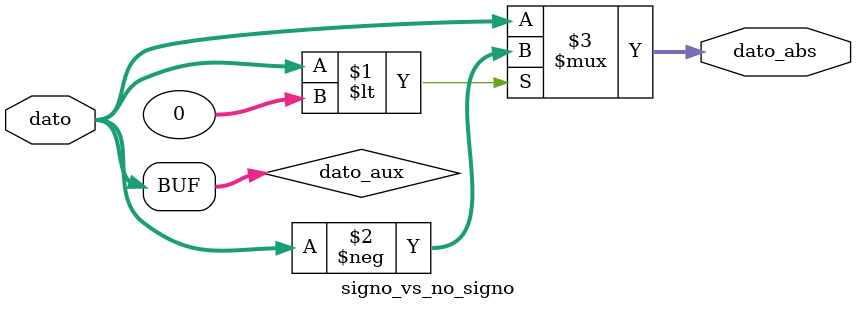
<source format=v>
module signo_vs_no_signo(

	input [15:0] dato,
	output [15:0] dato_abs

);

wire signed [15:0] dato_aux;
assign dato_aux = dato;
assign dato_abs = dato_aux < 0? -dato_aux: dato_aux;


endmodule 
</source>
